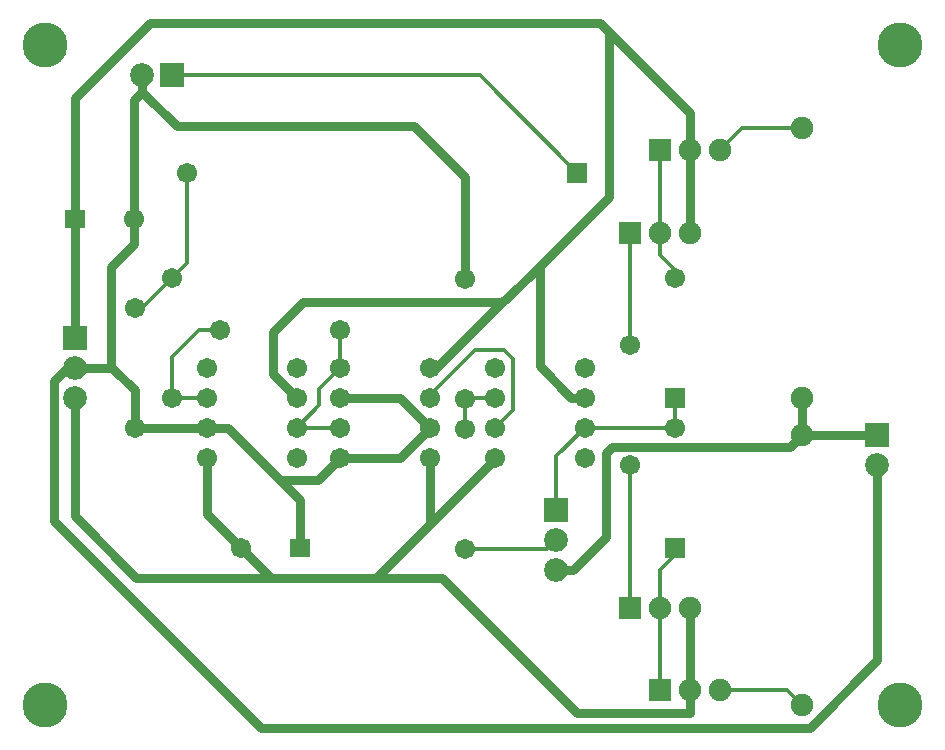
<source format=gbl>
G04 #@! TF.FileFunction,Copper,L2,Bot,Signal*
%FSLAX46Y46*%
G04 Gerber Fmt 4.6, Leading zero omitted, Abs format (unit mm)*
G04 Created by KiCad (PCBNEW 4.0.1-stable) date 12/02/16 17:09:25*
%MOMM*%
G01*
G04 APERTURE LIST*
%ADD10C,0.100000*%
%ADD11C,1.716000*%
%ADD12R,1.716000X1.554000*%
%ADD13R,1.716000X1.716000*%
%ADD14R,2.016000X2.016000*%
%ADD15C,2.016000*%
%ADD16C,1.916000*%
%ADD17R,1.916000X1.916000*%
%ADD18C,3.800000*%
%ADD19C,0.762000*%
%ADD20C,0.304800*%
G04 APERTURE END LIST*
D10*
D11*
X168910000Y-127635000D03*
X168910000Y-130175000D03*
X168910000Y-132715000D03*
X168910000Y-135255000D03*
X176530000Y-135255000D03*
X176530000Y-132715000D03*
X176530000Y-130175000D03*
X176530000Y-127635000D03*
D12*
X133350000Y-115062000D03*
D11*
X138350000Y-115062000D03*
D12*
X152400000Y-142875000D03*
D11*
X147400000Y-142875000D03*
D13*
X175895000Y-111125000D03*
D11*
X142875000Y-111125000D03*
D13*
X184147460Y-130174480D03*
D11*
X184150000Y-120015000D03*
D13*
X184147460Y-142874480D03*
D11*
X184150000Y-132715000D03*
D14*
X133350000Y-125095000D03*
D15*
X133350000Y-127635000D03*
X133350000Y-130175000D03*
D14*
X141605000Y-102870000D03*
D15*
X139065000Y-102870000D03*
D14*
X201295000Y-133350000D03*
D15*
X201295000Y-135890000D03*
D14*
X174117000Y-139700000D03*
D15*
X174117000Y-142240000D03*
X174117000Y-144780000D03*
D16*
X182880000Y-116205000D03*
D17*
X180340000Y-116205000D03*
D16*
X185420000Y-116205000D03*
X182880000Y-147955000D03*
D17*
X180340000Y-147955000D03*
D16*
X185420000Y-147955000D03*
X185420000Y-109220000D03*
D17*
X182880000Y-109220000D03*
D16*
X187960000Y-109220000D03*
X185420000Y-154940000D03*
D17*
X182880000Y-154940000D03*
D16*
X187960000Y-154940000D03*
D11*
X138430000Y-132715000D03*
X138430000Y-122555000D03*
X141605000Y-130175000D03*
X141605000Y-120015000D03*
X155829000Y-124460000D03*
X145669000Y-124460000D03*
X166370000Y-132842000D03*
X166370000Y-143002000D03*
X166370000Y-120142000D03*
X166370000Y-130302000D03*
X180340000Y-125730000D03*
X180340000Y-135890000D03*
D16*
X194945000Y-107315000D03*
X194945000Y-130175000D03*
X194945000Y-133350000D03*
X194945000Y-156210000D03*
D11*
X144526000Y-127635000D03*
X144526000Y-130175000D03*
X144526000Y-132715000D03*
X144526000Y-135255000D03*
X152146000Y-135255000D03*
X152146000Y-132715000D03*
X152146000Y-130175000D03*
X152146000Y-127635000D03*
X155829000Y-127635000D03*
X155829000Y-130175000D03*
X155829000Y-132715000D03*
X155829000Y-135255000D03*
X163449000Y-135255000D03*
X163449000Y-132715000D03*
X163449000Y-130175000D03*
X163449000Y-127635000D03*
D18*
X203200000Y-156210000D03*
X130810000Y-156210000D03*
X130810000Y-100330000D03*
X203200000Y-100330000D03*
D19*
X152146000Y-130175000D02*
X150114000Y-128143000D01*
X150114000Y-128143000D02*
X150114000Y-124587000D01*
X150114000Y-124587000D02*
X152654000Y-122047000D01*
X152654000Y-122047000D02*
X169545000Y-122047000D01*
X133350000Y-107315000D02*
X133350000Y-104775000D01*
X133350000Y-104775000D02*
X139700000Y-98425000D01*
X172720000Y-118999000D02*
X178562000Y-113157000D01*
X178562000Y-113157000D02*
X178562000Y-99187000D01*
X163449000Y-127635000D02*
X163957000Y-127635000D01*
X163957000Y-127635000D02*
X169545000Y-122047000D01*
X169545000Y-122047000D02*
X169672000Y-121920000D01*
X169672000Y-121920000D02*
X169799000Y-121920000D01*
X169799000Y-121920000D02*
X172720000Y-118999000D01*
X176530000Y-130175000D02*
X175387000Y-130175000D01*
X175387000Y-130175000D02*
X172720000Y-127508000D01*
X172720000Y-127508000D02*
X172720000Y-118999000D01*
X185420000Y-109220000D02*
X185420000Y-106045000D01*
X177800000Y-98425000D02*
X167640000Y-98425000D01*
X167640000Y-98425000D02*
X139700000Y-98425000D01*
X185420000Y-106045000D02*
X178562000Y-99187000D01*
X178562000Y-99187000D02*
X177800000Y-98425000D01*
X133350000Y-107315000D02*
X133350000Y-125095000D01*
X185420000Y-109220000D02*
X185420000Y-116205000D01*
X133350000Y-127635000D02*
X132715000Y-127635000D01*
X132715000Y-127635000D02*
X131572000Y-128778000D01*
X131572000Y-128778000D02*
X131572000Y-140589000D01*
X131572000Y-140589000D02*
X149098000Y-158115000D01*
X138350000Y-115062000D02*
X138350000Y-117174000D01*
X138350000Y-117174000D02*
X136398000Y-119126000D01*
X136398000Y-119126000D02*
X136398000Y-127635000D01*
X138430000Y-132715000D02*
X144526000Y-132715000D01*
X138350000Y-115062000D02*
X138350000Y-104982000D01*
X138350000Y-104982000D02*
X139065000Y-104267000D01*
X152400000Y-142875000D02*
X152400000Y-138811000D01*
X152400000Y-138811000D02*
X150749000Y-137160000D01*
X139065000Y-102870000D02*
X139065000Y-104267000D01*
X139065000Y-104267000D02*
X141986000Y-107188000D01*
X141986000Y-107188000D02*
X162052000Y-107188000D01*
X162052000Y-107188000D02*
X166370000Y-111506000D01*
X166370000Y-111506000D02*
X166370000Y-120142000D01*
X144526000Y-132715000D02*
X146304000Y-132715000D01*
X146304000Y-132715000D02*
X150749000Y-137160000D01*
X150749000Y-137160000D02*
X153924000Y-137160000D01*
X153924000Y-137160000D02*
X155829000Y-135255000D01*
X155829000Y-130175000D02*
X160909000Y-130175000D01*
X160909000Y-130175000D02*
X163449000Y-132715000D01*
X155829000Y-135255000D02*
X160909000Y-135255000D01*
X160909000Y-135255000D02*
X163449000Y-132715000D01*
X166370000Y-120142000D02*
X166116000Y-120142000D01*
X201295000Y-152400000D02*
X201295000Y-135890000D01*
X195580000Y-158115000D02*
X201295000Y-152400000D01*
X149098000Y-158115000D02*
X195580000Y-158115000D01*
X133350000Y-127635000D02*
X136398000Y-127635000D01*
X136398000Y-127635000D02*
X136525000Y-127635000D01*
X138430000Y-129540000D02*
X138430000Y-132715000D01*
X136525000Y-127635000D02*
X138430000Y-129540000D01*
X133350000Y-130175000D02*
X133350000Y-140208000D01*
X133350000Y-140208000D02*
X138557000Y-145415000D01*
X138557000Y-145415000D02*
X149940000Y-145415000D01*
X144526000Y-135255000D02*
X144526000Y-140001000D01*
X144526000Y-140001000D02*
X147400000Y-142875000D01*
X158877000Y-145415000D02*
X149940000Y-145415000D01*
X149940000Y-145415000D02*
X147400000Y-142875000D01*
X163449000Y-135255000D02*
X163449000Y-140843000D01*
X168910000Y-135255000D02*
X168910000Y-135382000D01*
X168910000Y-135382000D02*
X163449000Y-140843000D01*
X163449000Y-140843000D02*
X158877000Y-145415000D01*
X185420000Y-154940000D02*
X185420000Y-156845000D01*
X164465000Y-145415000D02*
X158877000Y-145415000D01*
X175895000Y-156845000D02*
X164465000Y-145415000D01*
X185420000Y-156845000D02*
X175895000Y-156845000D01*
X185420000Y-154940000D02*
X185420000Y-147955000D01*
D20*
X141605000Y-102870000D02*
X167640000Y-102870000D01*
X167640000Y-102870000D02*
X175895000Y-111125000D01*
X142875000Y-111125000D02*
X142875000Y-118745000D01*
X142875000Y-118745000D02*
X141605000Y-120015000D01*
X138430000Y-122555000D02*
X139065000Y-122555000D01*
X139065000Y-122555000D02*
X141605000Y-120015000D01*
X176530000Y-132715000D02*
X184150000Y-132715000D01*
X174117000Y-139700000D02*
X174117000Y-135128000D01*
X174117000Y-135128000D02*
X176530000Y-132715000D01*
X184147460Y-130174480D02*
X184147460Y-132712460D01*
X184147460Y-132712460D02*
X184144920Y-132715000D01*
X182880000Y-109220000D02*
X182880000Y-116205000D01*
X182880000Y-116205000D02*
X182880000Y-118110000D01*
X182880000Y-118110000D02*
X184150000Y-119380000D01*
X184150000Y-119380000D02*
X184150000Y-120015000D01*
X182880000Y-154940000D02*
X182880000Y-147955000D01*
X182880000Y-147955000D02*
X182880000Y-144780000D01*
X182880000Y-144780000D02*
X184147460Y-143512540D01*
X184147460Y-143512540D02*
X184147460Y-142874480D01*
D19*
X174117000Y-144780000D02*
X175514000Y-144780000D01*
X175514000Y-144780000D02*
X178308000Y-141986000D01*
X178308000Y-141986000D02*
X178308000Y-134874000D01*
X178308000Y-134874000D02*
X178816000Y-134366000D01*
X178816000Y-134366000D02*
X193929000Y-134366000D01*
X193929000Y-134366000D02*
X194945000Y-133350000D01*
X194945000Y-130175000D02*
X194945000Y-133350000D01*
X194945000Y-133350000D02*
X201295000Y-133350000D01*
D20*
X166370000Y-143002000D02*
X173355000Y-143002000D01*
X173355000Y-143002000D02*
X174117000Y-142240000D01*
X180340000Y-116205000D02*
X180340000Y-125730000D01*
X180340000Y-135890000D02*
X180340000Y-147955000D01*
X187960000Y-109220000D02*
X189865000Y-107315000D01*
X189865000Y-107315000D02*
X194945000Y-107315000D01*
X187960000Y-154940000D02*
X193675000Y-154940000D01*
X193675000Y-154940000D02*
X194945000Y-156210000D01*
X145669000Y-124460000D02*
X143891000Y-124460000D01*
X143891000Y-124460000D02*
X141605000Y-126746000D01*
X141605000Y-126746000D02*
X141605000Y-130175000D01*
X141605000Y-130175000D02*
X144526000Y-130175000D01*
X155829000Y-127635000D02*
X154051000Y-129413000D01*
X154051000Y-129413000D02*
X154051000Y-130810000D01*
X154051000Y-130810000D02*
X152146000Y-132715000D01*
X155829000Y-124460000D02*
X155829000Y-127635000D01*
X152146000Y-132715000D02*
X155829000Y-132715000D01*
X168910000Y-130175000D02*
X166497000Y-130175000D01*
X166497000Y-130175000D02*
X166370000Y-130302000D01*
X166370000Y-130302000D02*
X166370000Y-132842000D01*
X163449000Y-130175000D02*
X163449000Y-129921000D01*
X163449000Y-129921000D02*
X167259000Y-126111000D01*
X167259000Y-126111000D02*
X169672000Y-126111000D01*
X169672000Y-126111000D02*
X170434000Y-126873000D01*
X170434000Y-126873000D02*
X170434000Y-131191000D01*
X170434000Y-131191000D02*
X168910000Y-132715000D01*
M02*

</source>
